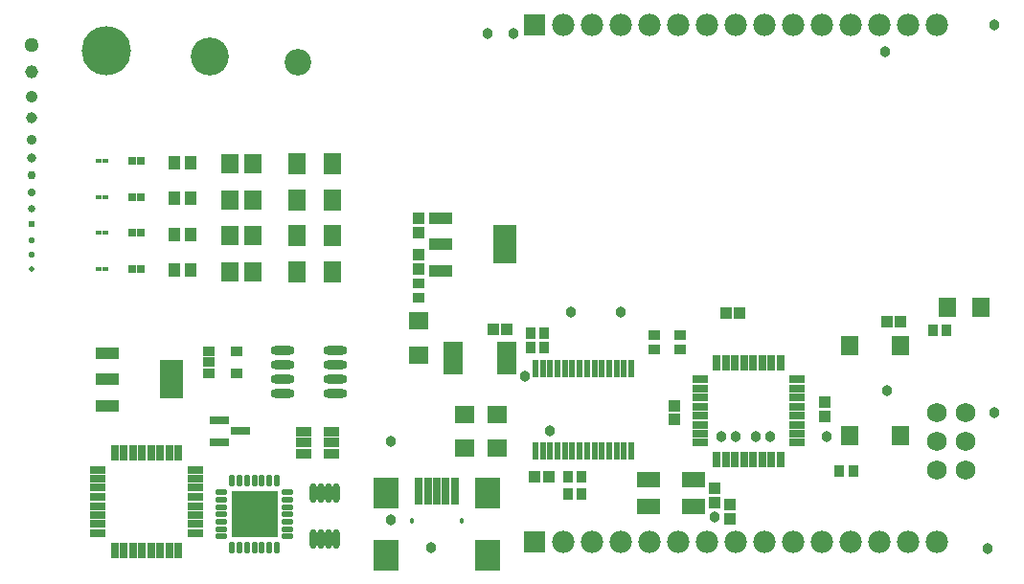
<source format=gts>
G04 Layer_Color=8388736*
%FSAX25Y25*%
%MOIN*%
G70*
G01*
G75*
%ADD80R,0.03556X0.04147*%
%ADD81R,0.04343X0.03950*%
%ADD82R,0.03950X0.04343*%
%ADD83R,0.08477X0.13202*%
%ADD84R,0.08477X0.04343*%
%ADD85R,0.06312X0.06706*%
%ADD86R,0.06706X0.06312*%
%ADD87R,0.04147X0.03556*%
%ADD88R,0.06900X0.11700*%
%ADD89R,0.07887X0.05524*%
%ADD90R,0.03000X0.05800*%
%ADD91R,0.05800X0.03000*%
%ADD92R,0.01878X0.06406*%
%ADD93R,0.05918X0.06902*%
%ADD94R,0.05918X0.07690*%
%ADD95R,0.06115X0.06902*%
%ADD96R,0.04343X0.04934*%
%ADD97R,0.02572X0.02572*%
%ADD98R,0.02178X0.01784*%
%ADD99R,0.04343X0.03359*%
%ADD100R,0.07099X0.03162*%
%ADD101R,0.05200X0.03200*%
%ADD102O,0.08280X0.03162*%
%ADD103O,0.02572X0.06706*%
%ADD104R,0.16272X0.16272*%
%ADD105O,0.01981X0.04343*%
%ADD106O,0.04343X0.01981*%
%ADD107R,0.02800X0.09800*%
%ADD108R,0.08600X0.10600*%
%ADD109C,0.06800*%
%ADD110R,0.07800X0.07800*%
%ADD111C,0.07800*%
%ADD112C,0.01800*%
%ADD113C,0.03800*%
%ADD114C,0.05030*%
%ADD115C,0.04200*%
%ADD116C,0.03540*%
%ADD117C,0.03010*%
%ADD118C,0.02590*%
%ADD119C,0.02260*%
%ADD120C,0.02000*%
%ADD121C,0.02769*%
%ADD122C,0.02130*%
%ADD123C,0.02420*%
%ADD124C,0.02790*%
%ADD125C,0.03260*%
%ADD126C,0.03850*%
%ADD127C,0.04590*%
%ADD128C,0.17150*%
%ADD129C,0.09270*%
%ADD130C,0.13200*%
D80*
X0281039Y0177500D02*
D03*
X0285961D02*
D03*
X0281039Y0182500D02*
D03*
X0285961D02*
D03*
X0421039Y0183500D02*
D03*
X0425961D02*
D03*
X0393461Y0134500D02*
D03*
X0388539D02*
D03*
X0294039Y0132500D02*
D03*
X0298961D02*
D03*
X0294039Y0126500D02*
D03*
X0298961D02*
D03*
D81*
X0242000Y0222461D02*
D03*
Y0217539D02*
D03*
X0345000Y0128461D02*
D03*
Y0123539D02*
D03*
X0350500Y0118039D02*
D03*
Y0122961D02*
D03*
X0331000Y0157421D02*
D03*
Y0152500D02*
D03*
X0242000Y0205039D02*
D03*
Y0209961D02*
D03*
X0383500Y0153539D02*
D03*
Y0158461D02*
D03*
D82*
X0405039Y0186500D02*
D03*
X0409961D02*
D03*
X0353961Y0189500D02*
D03*
X0349039D02*
D03*
X0272961Y0184000D02*
D03*
X0268039D02*
D03*
X0282539Y0132500D02*
D03*
X0287461D02*
D03*
D83*
X0156122Y0166500D02*
D03*
X0272122Y0213500D02*
D03*
D84*
X0133878Y0157445D02*
D03*
Y0166500D02*
D03*
Y0175555D02*
D03*
X0249878Y0204445D02*
D03*
Y0213500D02*
D03*
Y0222555D02*
D03*
D85*
X0426094Y0191500D02*
D03*
X0437906D02*
D03*
D86*
X0242000Y0186906D02*
D03*
Y0175094D02*
D03*
X0258000Y0154405D02*
D03*
Y0142595D02*
D03*
X0269500Y0154405D02*
D03*
Y0142595D02*
D03*
D87*
X0242000Y0199961D02*
D03*
Y0195039D02*
D03*
X0324000Y0181961D02*
D03*
Y0177039D02*
D03*
X0333000D02*
D03*
Y0181961D02*
D03*
D88*
X0254100Y0174000D02*
D03*
X0272900D02*
D03*
D89*
X0337874Y0122276D02*
D03*
X0322126D02*
D03*
X0337874Y0131724D02*
D03*
X0322126D02*
D03*
D90*
X0345976Y0172400D02*
D03*
X0349126D02*
D03*
X0352276D02*
D03*
X0355425D02*
D03*
X0358600D02*
D03*
X0361800D02*
D03*
X0364900D02*
D03*
X0368100D02*
D03*
Y0138600D02*
D03*
X0364900D02*
D03*
X0361800D02*
D03*
X0358600D02*
D03*
X0355425D02*
D03*
X0352276D02*
D03*
X0349126D02*
D03*
X0345976D02*
D03*
X0136476Y0140900D02*
D03*
X0139626D02*
D03*
X0142776D02*
D03*
X0145925D02*
D03*
X0149100D02*
D03*
X0152300D02*
D03*
X0155400D02*
D03*
X0158600D02*
D03*
Y0107100D02*
D03*
X0155400D02*
D03*
X0152300D02*
D03*
X0149100D02*
D03*
X0145925D02*
D03*
X0142776D02*
D03*
X0139626D02*
D03*
X0136476D02*
D03*
D91*
X0373900Y0166600D02*
D03*
Y0163400D02*
D03*
Y0160300D02*
D03*
Y0157100D02*
D03*
Y0153925D02*
D03*
Y0150776D02*
D03*
Y0147626D02*
D03*
Y0144476D02*
D03*
X0340100D02*
D03*
Y0147626D02*
D03*
Y0150776D02*
D03*
Y0153925D02*
D03*
Y0157100D02*
D03*
Y0160300D02*
D03*
Y0163400D02*
D03*
Y0166600D02*
D03*
X0164400Y0135100D02*
D03*
Y0131900D02*
D03*
Y0128800D02*
D03*
Y0125600D02*
D03*
Y0122425D02*
D03*
Y0119276D02*
D03*
Y0116126D02*
D03*
Y0112976D02*
D03*
X0130600D02*
D03*
Y0116126D02*
D03*
Y0119276D02*
D03*
Y0122425D02*
D03*
Y0125600D02*
D03*
Y0128800D02*
D03*
Y0131900D02*
D03*
Y0135100D02*
D03*
D92*
X0316134Y0170272D02*
D03*
X0313575D02*
D03*
X0311016D02*
D03*
X0308457D02*
D03*
X0305898D02*
D03*
X0303339D02*
D03*
X0300780D02*
D03*
X0298220D02*
D03*
X0295661D02*
D03*
X0293102D02*
D03*
X0290543D02*
D03*
X0287984D02*
D03*
X0285425D02*
D03*
X0282866D02*
D03*
X0316134Y0141728D02*
D03*
X0313575D02*
D03*
X0311016D02*
D03*
X0308457D02*
D03*
X0305898D02*
D03*
X0303339D02*
D03*
X0300780D02*
D03*
X0298220D02*
D03*
X0295661D02*
D03*
X0293102D02*
D03*
X0290543D02*
D03*
X0287984D02*
D03*
X0285425D02*
D03*
X0282866D02*
D03*
D93*
X0392142Y0178150D02*
D03*
Y0146850D02*
D03*
X0409858Y0178150D02*
D03*
Y0146850D02*
D03*
D94*
X0212004Y0229000D02*
D03*
X0199996D02*
D03*
X0199996Y0241500D02*
D03*
X0212004D02*
D03*
X0199996Y0204000D02*
D03*
X0212004D02*
D03*
X0199996Y0216500D02*
D03*
X0212004D02*
D03*
D95*
X0176661D02*
D03*
X0184339D02*
D03*
X0176661Y0241500D02*
D03*
X0184339D02*
D03*
X0176661Y0204000D02*
D03*
X0184339D02*
D03*
X0176661Y0229000D02*
D03*
X0184339D02*
D03*
D96*
X0157146Y0217000D02*
D03*
X0162854D02*
D03*
X0157146Y0242000D02*
D03*
X0162854D02*
D03*
X0157146Y0204500D02*
D03*
X0162854D02*
D03*
X0157146Y0229500D02*
D03*
X0162854D02*
D03*
D97*
X0142425Y0217500D02*
D03*
X0145575D02*
D03*
X0142425Y0242500D02*
D03*
X0145575D02*
D03*
X0142425Y0205000D02*
D03*
X0145575D02*
D03*
X0142425Y0230000D02*
D03*
X0145575D02*
D03*
D98*
X0130917Y0217500D02*
D03*
X0133083D02*
D03*
X0130917Y0242500D02*
D03*
X0133083D02*
D03*
X0130917Y0205000D02*
D03*
X0133083D02*
D03*
X0130917Y0230000D02*
D03*
X0133083D02*
D03*
D99*
X0169276Y0176240D02*
D03*
Y0172500D02*
D03*
Y0168760D02*
D03*
X0178724D02*
D03*
Y0176240D02*
D03*
D100*
X0172957Y0152240D02*
D03*
Y0144760D02*
D03*
X0180043Y0148500D02*
D03*
D101*
X0211921Y0144500D02*
D03*
Y0148240D02*
D03*
Y0140760D02*
D03*
X0202079Y0144500D02*
D03*
Y0140760D02*
D03*
Y0148240D02*
D03*
D102*
X0213252Y0161500D02*
D03*
Y0166500D02*
D03*
Y0171500D02*
D03*
Y0176500D02*
D03*
X0194748Y0161500D02*
D03*
Y0166500D02*
D03*
Y0171500D02*
D03*
Y0176500D02*
D03*
D103*
X0205661Y0111028D02*
D03*
X0208221D02*
D03*
X0210780D02*
D03*
X0213339D02*
D03*
X0205661Y0126972D02*
D03*
X0208221D02*
D03*
X0210780D02*
D03*
X0213339D02*
D03*
D104*
X0185000Y0119500D02*
D03*
D105*
X0177323Y0131114D02*
D03*
X0179882D02*
D03*
X0182441D02*
D03*
X0185000D02*
D03*
X0187559D02*
D03*
X0190118D02*
D03*
X0192677D02*
D03*
Y0107886D02*
D03*
X0190118D02*
D03*
X0187559D02*
D03*
X0185000D02*
D03*
X0182441D02*
D03*
X0179882D02*
D03*
X0177323D02*
D03*
D106*
X0196614Y0127177D02*
D03*
Y0124618D02*
D03*
Y0122059D02*
D03*
Y0119500D02*
D03*
Y0116941D02*
D03*
Y0114382D02*
D03*
Y0111823D02*
D03*
X0173386D02*
D03*
Y0114382D02*
D03*
Y0116941D02*
D03*
Y0119500D02*
D03*
Y0122059D02*
D03*
Y0124618D02*
D03*
Y0127177D02*
D03*
D107*
X0251650Y0127573D02*
D03*
X0242201D02*
D03*
X0254799D02*
D03*
X0248500D02*
D03*
X0245350D02*
D03*
D108*
X0266020Y0105427D02*
D03*
Y0127081D02*
D03*
X0230980Y0105427D02*
D03*
Y0127081D02*
D03*
D109*
X0422500Y0155000D02*
D03*
X0432500D02*
D03*
X0422500Y0135000D02*
D03*
Y0145000D02*
D03*
X0432500D02*
D03*
Y0135000D02*
D03*
D110*
X0282500Y0290000D02*
D03*
Y0110000D02*
D03*
D111*
X0292500Y0290000D02*
D03*
X0302500D02*
D03*
X0312500D02*
D03*
X0322500D02*
D03*
X0332500D02*
D03*
X0342500D02*
D03*
X0352500D02*
D03*
X0362500D02*
D03*
X0372500D02*
D03*
X0382500D02*
D03*
X0392500D02*
D03*
X0402500D02*
D03*
X0412500D02*
D03*
X0422500D02*
D03*
X0292500Y0110000D02*
D03*
X0302500D02*
D03*
X0312500D02*
D03*
X0322500D02*
D03*
X0332500D02*
D03*
X0342500D02*
D03*
X0352500D02*
D03*
X0362500D02*
D03*
X0372500D02*
D03*
X0382500D02*
D03*
X0392500D02*
D03*
X0402500D02*
D03*
X0412500D02*
D03*
X0422500D02*
D03*
D112*
X0239839Y0117238D02*
D03*
X0257161D02*
D03*
D113*
X0232500Y0145000D02*
D03*
Y0117500D02*
D03*
X0287984Y0148500D02*
D03*
X0442500Y0290000D02*
D03*
Y0155000D02*
D03*
X0295000Y0190000D02*
D03*
X0312500D02*
D03*
X0405000Y0162500D02*
D03*
X0384000Y0146500D02*
D03*
X0279000Y0167500D02*
D03*
X0275000Y0287000D02*
D03*
X0347500Y0146500D02*
D03*
X0440000Y0107500D02*
D03*
X0359500Y0146500D02*
D03*
X0404500Y0280500D02*
D03*
X0352500Y0146500D02*
D03*
X0345000Y0118500D02*
D03*
X0266000Y0287000D02*
D03*
X0246500Y0108000D02*
D03*
X0364500Y0146500D02*
D03*
D114*
X0107500Y0283000D02*
D03*
D115*
Y0265000D02*
D03*
D116*
Y0250000D02*
D03*
D117*
Y0237500D02*
D03*
D118*
Y0226000D02*
D03*
D119*
Y0215000D02*
D03*
D120*
Y0205000D02*
D03*
D121*
X0189331Y0115169D02*
D03*
X0185000D02*
D03*
X0180669D02*
D03*
X0189331Y0119500D02*
D03*
X0185000D02*
D03*
X0180669D02*
D03*
X0189331Y0123831D02*
D03*
X0185000D02*
D03*
X0180669D02*
D03*
D122*
X0107500Y0210000D02*
D03*
D123*
Y0220500D02*
D03*
D124*
Y0231500D02*
D03*
D125*
Y0243500D02*
D03*
D126*
Y0257500D02*
D03*
D127*
Y0273500D02*
D03*
D128*
X0133500Y0281000D02*
D03*
D129*
X0200000Y0277000D02*
D03*
D130*
X0169500Y0279000D02*
D03*
M02*

</source>
